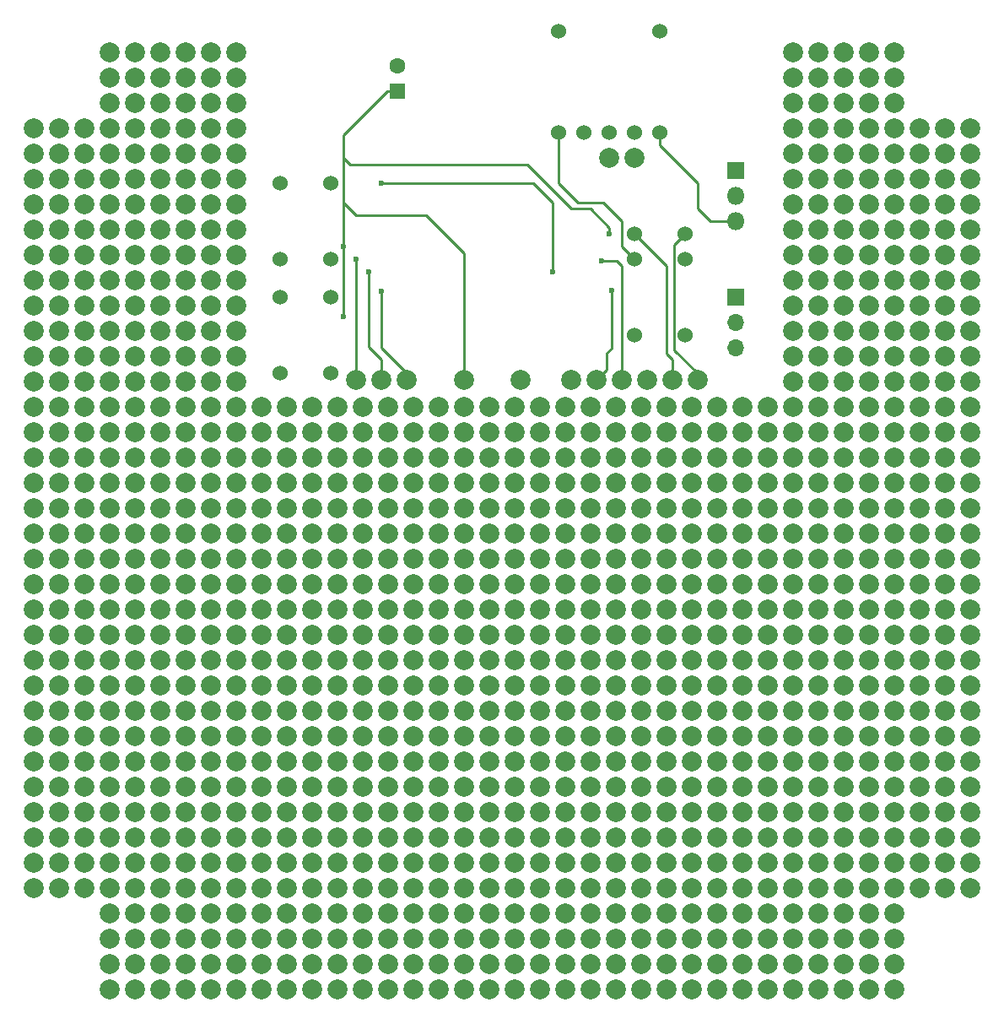
<source format=gbr>
G04 #@! TF.FileFunction,Copper,L2,Bot,Signal*
%FSLAX46Y46*%
G04 Gerber Fmt 4.6, Leading zero omitted, Abs format (unit mm)*
G04 Created by KiCad (PCBNEW 4.0.6) date 07/25/17 01:39:03*
%MOMM*%
%LPD*%
G01*
G04 APERTURE LIST*
%ADD10C,0.100000*%
%ADD11C,2.000000*%
%ADD12R,1.600000X1.600000*%
%ADD13C,1.600000*%
%ADD14R,1.700000X1.700000*%
%ADD15O,1.700000X1.700000*%
%ADD16C,1.524000*%
%ADD17R,1.800000X1.800000*%
%ADD18O,1.800000X1.800000*%
%ADD19C,0.600000*%
%ADD20C,0.250000*%
G04 APERTURE END LIST*
D10*
D11*
X72820000Y-53630000D03*
X70280000Y-56170000D03*
X72820000Y-56170000D03*
X72820000Y-58710000D03*
X70280000Y-53630000D03*
X70280000Y-58710000D03*
X67740000Y-58710000D03*
X67740000Y-53630000D03*
X65200000Y-56170000D03*
X67740000Y-56170000D03*
X65200000Y-53630000D03*
X65200000Y-58710000D03*
X60120000Y-53630000D03*
X62660000Y-56170000D03*
X60120000Y-56170000D03*
X62660000Y-53630000D03*
X62660000Y-58710000D03*
X60120000Y-58710000D03*
X72820000Y-61250000D03*
X70280000Y-61250000D03*
X67740000Y-61250000D03*
X52500000Y-61250000D03*
X57580000Y-61250000D03*
X55040000Y-61250000D03*
X60120000Y-61250000D03*
X62660000Y-61250000D03*
X65200000Y-61250000D03*
X67740000Y-63790000D03*
X70280000Y-66330000D03*
X72820000Y-66330000D03*
X67740000Y-66330000D03*
X70280000Y-63790000D03*
X72820000Y-63790000D03*
X62660000Y-66330000D03*
X65200000Y-63790000D03*
X65200000Y-66330000D03*
X62660000Y-63790000D03*
X60120000Y-63790000D03*
X60120000Y-66330000D03*
X52500000Y-66330000D03*
X55040000Y-63790000D03*
X57580000Y-63790000D03*
X55040000Y-66330000D03*
X52500000Y-63790000D03*
X57580000Y-66330000D03*
X67740000Y-71410000D03*
X65200000Y-73950000D03*
X67740000Y-73950000D03*
X67740000Y-68870000D03*
X65200000Y-71410000D03*
X62660000Y-68870000D03*
X65200000Y-68870000D03*
X62660000Y-71410000D03*
X62660000Y-73950000D03*
X57580000Y-71410000D03*
X57580000Y-68870000D03*
X60120000Y-71410000D03*
X60120000Y-68870000D03*
X60120000Y-73950000D03*
X55040000Y-68870000D03*
X55040000Y-71410000D03*
X52500000Y-68870000D03*
X52500000Y-73950000D03*
X52500000Y-71410000D03*
X70280000Y-68870000D03*
X70280000Y-73950000D03*
X72820000Y-68870000D03*
X70280000Y-71410000D03*
X72820000Y-73950000D03*
X72820000Y-71410000D03*
X55040000Y-73950000D03*
X57580000Y-73950000D03*
X67740000Y-76490000D03*
X70280000Y-79030000D03*
X72820000Y-79030000D03*
X67740000Y-79030000D03*
X70280000Y-76490000D03*
X72820000Y-76490000D03*
X62660000Y-79030000D03*
X65200000Y-76490000D03*
X65200000Y-79030000D03*
X62660000Y-76490000D03*
X60120000Y-76490000D03*
X60120000Y-79030000D03*
X52500000Y-79030000D03*
X55040000Y-76490000D03*
X57580000Y-76490000D03*
X55040000Y-79030000D03*
X52500000Y-76490000D03*
X57580000Y-79030000D03*
X67740000Y-84110000D03*
X65200000Y-86650000D03*
X67740000Y-86650000D03*
X67740000Y-81570000D03*
X65200000Y-84110000D03*
X62660000Y-81570000D03*
X65200000Y-81570000D03*
X62660000Y-84110000D03*
X62660000Y-86650000D03*
X57580000Y-84110000D03*
X57580000Y-81570000D03*
X60120000Y-84110000D03*
X60120000Y-81570000D03*
X60120000Y-86650000D03*
X55040000Y-81570000D03*
X55040000Y-84110000D03*
X52500000Y-81570000D03*
X52500000Y-86650000D03*
X52500000Y-84110000D03*
X70280000Y-81570000D03*
X70280000Y-86650000D03*
X72820000Y-81570000D03*
X70280000Y-84110000D03*
X72820000Y-86650000D03*
X72820000Y-84110000D03*
X55040000Y-86650000D03*
X57580000Y-86650000D03*
X133780000Y-53630000D03*
X133780000Y-56170000D03*
X138860000Y-53630000D03*
X136320000Y-53630000D03*
X133780000Y-58710000D03*
X138860000Y-58710000D03*
X136320000Y-58710000D03*
X136320000Y-56170000D03*
X138860000Y-56170000D03*
X131240000Y-53630000D03*
X131240000Y-56170000D03*
X128700000Y-53630000D03*
X131240000Y-58710000D03*
X128700000Y-56170000D03*
X128700000Y-58710000D03*
X143940000Y-61250000D03*
X141400000Y-61250000D03*
X146480000Y-61250000D03*
X136320000Y-61250000D03*
X138860000Y-61250000D03*
X128700000Y-61250000D03*
X133780000Y-61250000D03*
X131240000Y-61250000D03*
X133780000Y-71410000D03*
X131240000Y-71410000D03*
X128700000Y-71410000D03*
X131240000Y-68870000D03*
X128700000Y-68870000D03*
X133780000Y-68870000D03*
X143940000Y-71410000D03*
X146480000Y-71410000D03*
X141400000Y-71410000D03*
X146480000Y-68870000D03*
X141400000Y-68870000D03*
X141400000Y-63790000D03*
X143940000Y-63790000D03*
X143940000Y-68870000D03*
X141400000Y-66330000D03*
X143940000Y-66330000D03*
X128700000Y-66330000D03*
X128700000Y-63790000D03*
X131240000Y-63790000D03*
X131240000Y-66330000D03*
X133780000Y-63790000D03*
X133780000Y-66330000D03*
X138860000Y-71410000D03*
X138860000Y-66330000D03*
X136320000Y-71410000D03*
X138860000Y-68870000D03*
X136320000Y-66330000D03*
X136320000Y-68870000D03*
X138860000Y-63790000D03*
X146480000Y-63790000D03*
X136320000Y-63790000D03*
X146480000Y-66330000D03*
X136320000Y-79030000D03*
X133780000Y-79030000D03*
X133780000Y-76490000D03*
X133780000Y-73950000D03*
X136320000Y-76490000D03*
X131240000Y-73950000D03*
X128700000Y-73950000D03*
X131240000Y-76490000D03*
X146480000Y-79030000D03*
X146480000Y-73950000D03*
X146480000Y-76490000D03*
X143940000Y-76490000D03*
X141400000Y-76490000D03*
X143940000Y-79030000D03*
X141400000Y-79030000D03*
X143940000Y-73950000D03*
X141400000Y-73950000D03*
X138860000Y-73950000D03*
X136320000Y-73950000D03*
X138860000Y-76490000D03*
X138860000Y-79030000D03*
X128700000Y-76490000D03*
X128700000Y-79030000D03*
X131240000Y-79030000D03*
X131240000Y-86650000D03*
X133780000Y-86650000D03*
X128700000Y-81570000D03*
X131240000Y-84110000D03*
X133780000Y-84110000D03*
X131240000Y-81570000D03*
X133780000Y-81570000D03*
X128700000Y-84110000D03*
X128700000Y-86650000D03*
X141400000Y-81570000D03*
X146480000Y-81570000D03*
X143940000Y-81570000D03*
X146480000Y-84110000D03*
X143940000Y-84110000D03*
X143940000Y-86650000D03*
X141400000Y-86650000D03*
X141400000Y-84110000D03*
X146480000Y-86650000D03*
X136320000Y-81570000D03*
X138860000Y-86650000D03*
X136320000Y-84110000D03*
X136320000Y-86650000D03*
X138860000Y-84110000D03*
X138860000Y-81570000D03*
X136320000Y-94270000D03*
X136320000Y-96810000D03*
X146480000Y-94270000D03*
X143940000Y-89190000D03*
X146480000Y-91730000D03*
X146480000Y-89190000D03*
X143940000Y-91730000D03*
X138860000Y-89190000D03*
X136320000Y-89190000D03*
X141400000Y-91730000D03*
X141400000Y-89190000D03*
X136320000Y-91730000D03*
X138860000Y-91730000D03*
X138860000Y-96810000D03*
X143940000Y-94270000D03*
X141400000Y-96810000D03*
X141400000Y-94270000D03*
X138860000Y-94270000D03*
X146480000Y-96810000D03*
X143940000Y-96810000D03*
X133780000Y-91730000D03*
X131240000Y-89190000D03*
X131240000Y-91730000D03*
X133780000Y-89190000D03*
X121080000Y-94270000D03*
X121080000Y-96810000D03*
X123620000Y-94270000D03*
X123620000Y-96810000D03*
X126160000Y-94270000D03*
X128700000Y-96810000D03*
X126160000Y-96810000D03*
X128700000Y-94270000D03*
X121080000Y-91730000D03*
X121080000Y-89190000D03*
X128700000Y-89190000D03*
X126160000Y-91730000D03*
X128700000Y-91730000D03*
X123620000Y-91730000D03*
X123620000Y-89190000D03*
X126160000Y-89190000D03*
X133780000Y-94270000D03*
X133780000Y-96810000D03*
X131240000Y-96810000D03*
X131240000Y-94270000D03*
X88060000Y-89190000D03*
X88060000Y-91730000D03*
X85520000Y-89190000D03*
X85520000Y-91730000D03*
X67740000Y-89190000D03*
X67740000Y-91730000D03*
X70280000Y-91730000D03*
X70280000Y-89190000D03*
X82980000Y-91730000D03*
X82980000Y-89190000D03*
X77900000Y-91730000D03*
X77900000Y-94270000D03*
X80440000Y-91730000D03*
X80440000Y-89190000D03*
X77900000Y-89190000D03*
X70280000Y-94270000D03*
X72820000Y-89190000D03*
X75360000Y-91730000D03*
X75360000Y-94270000D03*
X75360000Y-89190000D03*
X72820000Y-94270000D03*
X72820000Y-91730000D03*
X75360000Y-96810000D03*
X77900000Y-96810000D03*
X65200000Y-96810000D03*
X67740000Y-96810000D03*
X72820000Y-96810000D03*
X70280000Y-96810000D03*
X67740000Y-94270000D03*
X65200000Y-89190000D03*
X65200000Y-91730000D03*
X65200000Y-94270000D03*
X57580000Y-96810000D03*
X60120000Y-94270000D03*
X57580000Y-94270000D03*
X62660000Y-89190000D03*
X60120000Y-89190000D03*
X60120000Y-91730000D03*
X62660000Y-91730000D03*
X62660000Y-94270000D03*
X62660000Y-96810000D03*
X60120000Y-96810000D03*
X52500000Y-91730000D03*
X55040000Y-94270000D03*
X52500000Y-94270000D03*
X52500000Y-89190000D03*
X55040000Y-96810000D03*
X52500000Y-96810000D03*
X57580000Y-89190000D03*
X55040000Y-89190000D03*
X57580000Y-91730000D03*
X55040000Y-91730000D03*
X80440000Y-94270000D03*
X82980000Y-94270000D03*
X82980000Y-96810000D03*
X80440000Y-96810000D03*
X85520000Y-94270000D03*
X88060000Y-94270000D03*
X88060000Y-96810000D03*
X85520000Y-96810000D03*
X90600000Y-96810000D03*
X93140000Y-94270000D03*
X93140000Y-96810000D03*
X90600000Y-94270000D03*
X90600000Y-91730000D03*
X93140000Y-91730000D03*
X93140000Y-89190000D03*
X90600000Y-89190000D03*
X95680000Y-91730000D03*
X100760000Y-89190000D03*
X100760000Y-91730000D03*
X98220000Y-91730000D03*
X95680000Y-89190000D03*
X98220000Y-89190000D03*
X103300000Y-96810000D03*
X105840000Y-96810000D03*
X105840000Y-94270000D03*
X103300000Y-94270000D03*
X103300000Y-89190000D03*
X105840000Y-89190000D03*
X103300000Y-91730000D03*
X105840000Y-91730000D03*
X95680000Y-94270000D03*
X98220000Y-96810000D03*
X95680000Y-96810000D03*
X100760000Y-94270000D03*
X100760000Y-96810000D03*
X98220000Y-94270000D03*
X118540000Y-94270000D03*
X116000000Y-96810000D03*
X116000000Y-94270000D03*
X118540000Y-96810000D03*
X118540000Y-91730000D03*
X116000000Y-89190000D03*
X116000000Y-91730000D03*
X118540000Y-89190000D03*
X113460000Y-96810000D03*
X108380000Y-94270000D03*
X110920000Y-96810000D03*
X113460000Y-94270000D03*
X110920000Y-94270000D03*
X108380000Y-96810000D03*
X108380000Y-91730000D03*
X113460000Y-91730000D03*
X113460000Y-89190000D03*
X110920000Y-89190000D03*
X110920000Y-91730000D03*
X108380000Y-89190000D03*
X60120000Y-104430000D03*
X62660000Y-104430000D03*
X60120000Y-101890000D03*
X60120000Y-99350000D03*
X62660000Y-101890000D03*
X62660000Y-99350000D03*
X52500000Y-114590000D03*
X52500000Y-117130000D03*
X55040000Y-117130000D03*
X55040000Y-114590000D03*
X60120000Y-117130000D03*
X62660000Y-114590000D03*
X62660000Y-117130000D03*
X60120000Y-114590000D03*
X55040000Y-101890000D03*
X57580000Y-101890000D03*
X52500000Y-99350000D03*
X57580000Y-99350000D03*
X52500000Y-101890000D03*
X55040000Y-99350000D03*
X57580000Y-114590000D03*
X57580000Y-117130000D03*
X55040000Y-112050000D03*
X52500000Y-112050000D03*
X55040000Y-104430000D03*
X52500000Y-104430000D03*
X57580000Y-104430000D03*
X52500000Y-106970000D03*
X52500000Y-109510000D03*
X55040000Y-106970000D03*
X55040000Y-109510000D03*
X57580000Y-109510000D03*
X57580000Y-106970000D03*
X60120000Y-106970000D03*
X62660000Y-106970000D03*
X62660000Y-112050000D03*
X62660000Y-109510000D03*
X60120000Y-109510000D03*
X57580000Y-112050000D03*
X60120000Y-112050000D03*
X77900000Y-117130000D03*
X77900000Y-114590000D03*
X70280000Y-117130000D03*
X65200000Y-117130000D03*
X67740000Y-117130000D03*
X70280000Y-109510000D03*
X65200000Y-114590000D03*
X70280000Y-114590000D03*
X67740000Y-114590000D03*
X70280000Y-112050000D03*
X67740000Y-112050000D03*
X65200000Y-109510000D03*
X67740000Y-109510000D03*
X65200000Y-112050000D03*
X75360000Y-114590000D03*
X72820000Y-117130000D03*
X75360000Y-117130000D03*
X72820000Y-114590000D03*
X77900000Y-109510000D03*
X72820000Y-109510000D03*
X75360000Y-109510000D03*
X75360000Y-112050000D03*
X77900000Y-112050000D03*
X72820000Y-112050000D03*
X85520000Y-104430000D03*
X85520000Y-106970000D03*
X88060000Y-106970000D03*
X88060000Y-104430000D03*
X88060000Y-101890000D03*
X70280000Y-101890000D03*
X67740000Y-99350000D03*
X67740000Y-101890000D03*
X72820000Y-101890000D03*
X72820000Y-99350000D03*
X70280000Y-99350000D03*
X75360000Y-99350000D03*
X77900000Y-99350000D03*
X75360000Y-101890000D03*
X77900000Y-101890000D03*
X80440000Y-99350000D03*
X70280000Y-106970000D03*
X72820000Y-104430000D03*
X72820000Y-106970000D03*
X75360000Y-106970000D03*
X75360000Y-104430000D03*
X70280000Y-104430000D03*
X67740000Y-106970000D03*
X65200000Y-101890000D03*
X65200000Y-99350000D03*
X67740000Y-104430000D03*
X65200000Y-104430000D03*
X65200000Y-106970000D03*
X77900000Y-104430000D03*
X77900000Y-106970000D03*
X82980000Y-106970000D03*
X80440000Y-101890000D03*
X80440000Y-104430000D03*
X80440000Y-106970000D03*
X82980000Y-104430000D03*
X85520000Y-99350000D03*
X88060000Y-99350000D03*
X82980000Y-99350000D03*
X85520000Y-101890000D03*
X82980000Y-101890000D03*
X116000000Y-117130000D03*
X116000000Y-114590000D03*
X118540000Y-117130000D03*
X118540000Y-114590000D03*
X113460000Y-117130000D03*
X110920000Y-114590000D03*
X113460000Y-114590000D03*
X110920000Y-117130000D03*
X110920000Y-109510000D03*
X110920000Y-112050000D03*
X113460000Y-112050000D03*
X113460000Y-109510000D03*
X116000000Y-112050000D03*
X116000000Y-109510000D03*
X118540000Y-109510000D03*
X118540000Y-112050000D03*
X123620000Y-117130000D03*
X121080000Y-114590000D03*
X121080000Y-117130000D03*
X123620000Y-114590000D03*
X136320000Y-109510000D03*
X131240000Y-109510000D03*
X133780000Y-112050000D03*
X131240000Y-112050000D03*
X133780000Y-109510000D03*
X133780000Y-114590000D03*
X136320000Y-117130000D03*
X133780000Y-117130000D03*
X136320000Y-112050000D03*
X136320000Y-114590000D03*
X123620000Y-109510000D03*
X123620000Y-112050000D03*
X121080000Y-109510000D03*
X121080000Y-112050000D03*
X126160000Y-109510000D03*
X128700000Y-112050000D03*
X128700000Y-109510000D03*
X126160000Y-112050000D03*
X126160000Y-114590000D03*
X126160000Y-117130000D03*
X131240000Y-114590000D03*
X128700000Y-114590000D03*
X131240000Y-117130000D03*
X128700000Y-117130000D03*
X108380000Y-101890000D03*
X108380000Y-99350000D03*
X110920000Y-99350000D03*
X113460000Y-99350000D03*
X110920000Y-101890000D03*
X113460000Y-101890000D03*
X116000000Y-106970000D03*
X121080000Y-104430000D03*
X116000000Y-104430000D03*
X123620000Y-104430000D03*
X123620000Y-106970000D03*
X121080000Y-106970000D03*
X118540000Y-106970000D03*
X118540000Y-104430000D03*
X126160000Y-101890000D03*
X128700000Y-106970000D03*
X128700000Y-104430000D03*
X126160000Y-104430000D03*
X128700000Y-101890000D03*
X126160000Y-99350000D03*
X128700000Y-99350000D03*
X126160000Y-106970000D03*
X116000000Y-99350000D03*
X116000000Y-101890000D03*
X121080000Y-101890000D03*
X123620000Y-101890000D03*
X123620000Y-99350000D03*
X121080000Y-99350000D03*
X118540000Y-99350000D03*
X118540000Y-101890000D03*
X108380000Y-106970000D03*
X113460000Y-106970000D03*
X110920000Y-106970000D03*
X108380000Y-104430000D03*
X110920000Y-104430000D03*
X113460000Y-104430000D03*
X146480000Y-101890000D03*
X146480000Y-106970000D03*
X146480000Y-104430000D03*
X146480000Y-99350000D03*
X143940000Y-99350000D03*
X136320000Y-99350000D03*
X136320000Y-101890000D03*
X133780000Y-99350000D03*
X131240000Y-99350000D03*
X136320000Y-106970000D03*
X133780000Y-106970000D03*
X136320000Y-104430000D03*
X133780000Y-104430000D03*
X133780000Y-101890000D03*
X131240000Y-104430000D03*
X131240000Y-101890000D03*
X131240000Y-106970000D03*
X141400000Y-101890000D03*
X138860000Y-101890000D03*
X141400000Y-99350000D03*
X138860000Y-99350000D03*
X143940000Y-104430000D03*
X143940000Y-101890000D03*
X141400000Y-104430000D03*
X138860000Y-104430000D03*
X138860000Y-109510000D03*
X138860000Y-112050000D03*
X138860000Y-106970000D03*
X141400000Y-109510000D03*
X143940000Y-106970000D03*
X141400000Y-106970000D03*
X141400000Y-112050000D03*
X105840000Y-106970000D03*
X103300000Y-106970000D03*
X100760000Y-106970000D03*
X100760000Y-104430000D03*
X100760000Y-101890000D03*
X98220000Y-99350000D03*
X98220000Y-101890000D03*
X98220000Y-104430000D03*
X100760000Y-99350000D03*
X90600000Y-99350000D03*
X95680000Y-99350000D03*
X93140000Y-101890000D03*
X90600000Y-101890000D03*
X95680000Y-101890000D03*
X93140000Y-99350000D03*
X105840000Y-101890000D03*
X105840000Y-104430000D03*
X103300000Y-99350000D03*
X105840000Y-99350000D03*
X103300000Y-101890000D03*
X103300000Y-104430000D03*
X98220000Y-106970000D03*
X90600000Y-104430000D03*
X95680000Y-106970000D03*
X93140000Y-106970000D03*
X90600000Y-106970000D03*
X95680000Y-104430000D03*
X93140000Y-104430000D03*
X146480000Y-109510000D03*
X146480000Y-114590000D03*
X143940000Y-109510000D03*
X146480000Y-112050000D03*
X143940000Y-112050000D03*
X138860000Y-114590000D03*
X141400000Y-114590000D03*
X143940000Y-114590000D03*
X138860000Y-117130000D03*
X143940000Y-117130000D03*
X141400000Y-117130000D03*
X146480000Y-117130000D03*
X100760000Y-117130000D03*
X103300000Y-117130000D03*
X100760000Y-114590000D03*
X103300000Y-114590000D03*
X105840000Y-109510000D03*
X108380000Y-112050000D03*
X105840000Y-112050000D03*
X108380000Y-109510000D03*
X108380000Y-114590000D03*
X105840000Y-117130000D03*
X105840000Y-114590000D03*
X108380000Y-117130000D03*
X100760000Y-109510000D03*
X100760000Y-112050000D03*
X103300000Y-112050000D03*
X103300000Y-109510000D03*
X95680000Y-109510000D03*
X98220000Y-112050000D03*
X95680000Y-112050000D03*
X98220000Y-109510000D03*
X93140000Y-112050000D03*
X93140000Y-109510000D03*
X90600000Y-112050000D03*
X90600000Y-109510000D03*
X82980000Y-109510000D03*
X85520000Y-109510000D03*
X80440000Y-112050000D03*
X80440000Y-109510000D03*
X82980000Y-114590000D03*
X80440000Y-114590000D03*
X82980000Y-112050000D03*
X85520000Y-114590000D03*
X88060000Y-114590000D03*
X88060000Y-109510000D03*
X88060000Y-112050000D03*
X85520000Y-112050000D03*
X85520000Y-117130000D03*
X82980000Y-117130000D03*
X80440000Y-117130000D03*
X90600000Y-117130000D03*
X88060000Y-117130000D03*
X93140000Y-117130000D03*
X93140000Y-114590000D03*
X90600000Y-114590000D03*
X95680000Y-114590000D03*
X95680000Y-117130000D03*
X98220000Y-117130000D03*
X98220000Y-114590000D03*
X55040000Y-124750000D03*
X55040000Y-127290000D03*
X57580000Y-127290000D03*
X57580000Y-124750000D03*
X60120000Y-124750000D03*
X67740000Y-127290000D03*
X62660000Y-124750000D03*
X60120000Y-127290000D03*
X62660000Y-127290000D03*
X65200000Y-127290000D03*
X65200000Y-124750000D03*
X67740000Y-124750000D03*
X52500000Y-124750000D03*
X52500000Y-119670000D03*
X52500000Y-122210000D03*
X52500000Y-127290000D03*
X60120000Y-122210000D03*
X55040000Y-122210000D03*
X57580000Y-122210000D03*
X60120000Y-119670000D03*
X55040000Y-119670000D03*
X62660000Y-119670000D03*
X62660000Y-122210000D03*
X57580000Y-119670000D03*
X65200000Y-122210000D03*
X65200000Y-119670000D03*
X70280000Y-127290000D03*
X70280000Y-124750000D03*
X67740000Y-119670000D03*
X70280000Y-119670000D03*
X67740000Y-122210000D03*
X70280000Y-122210000D03*
X146480000Y-122210000D03*
X146480000Y-124750000D03*
X146480000Y-119670000D03*
X141400000Y-122210000D03*
X138860000Y-119670000D03*
X141400000Y-119670000D03*
X138860000Y-122210000D03*
X143940000Y-119670000D03*
X143940000Y-124750000D03*
X141400000Y-124750000D03*
X143940000Y-122210000D03*
X138860000Y-124750000D03*
X146480000Y-127290000D03*
X141400000Y-127290000D03*
X143940000Y-127290000D03*
X138860000Y-127290000D03*
X72820000Y-122210000D03*
X75360000Y-119670000D03*
X77900000Y-122210000D03*
X77900000Y-119670000D03*
X72820000Y-119670000D03*
X75360000Y-122210000D03*
X72820000Y-124750000D03*
X72820000Y-127290000D03*
X77900000Y-124750000D03*
X77900000Y-127290000D03*
X75360000Y-127290000D03*
X75360000Y-124750000D03*
X116000000Y-127290000D03*
X116000000Y-119670000D03*
X116000000Y-122210000D03*
X116000000Y-124750000D03*
X105840000Y-127290000D03*
X108380000Y-127290000D03*
X113460000Y-127290000D03*
X110920000Y-127290000D03*
X108380000Y-124750000D03*
X108380000Y-122210000D03*
X108380000Y-119670000D03*
X110920000Y-119670000D03*
X113460000Y-119670000D03*
X110920000Y-124750000D03*
X110920000Y-122210000D03*
X113460000Y-122210000D03*
X113460000Y-124750000D03*
X105840000Y-122210000D03*
X105840000Y-124750000D03*
X100760000Y-124750000D03*
X103300000Y-119670000D03*
X100760000Y-119670000D03*
X105840000Y-119670000D03*
X103300000Y-122210000D03*
X100760000Y-122210000D03*
X133780000Y-127290000D03*
X136320000Y-124750000D03*
X133780000Y-124750000D03*
X136320000Y-119670000D03*
X136320000Y-122210000D03*
X136320000Y-127290000D03*
X131240000Y-124750000D03*
X121080000Y-124750000D03*
X123620000Y-124750000D03*
X123620000Y-127290000D03*
X121080000Y-127290000D03*
X118540000Y-127290000D03*
X133780000Y-119670000D03*
X133780000Y-122210000D03*
X126160000Y-122210000D03*
X128700000Y-122210000D03*
X131240000Y-119670000D03*
X126160000Y-119670000D03*
X128700000Y-119670000D03*
X131240000Y-122210000D03*
X118540000Y-124750000D03*
X121080000Y-122210000D03*
X123620000Y-122210000D03*
X123620000Y-119670000D03*
X121080000Y-119670000D03*
X118540000Y-119670000D03*
X118540000Y-122210000D03*
X126160000Y-127290000D03*
X128700000Y-127290000D03*
X131240000Y-127290000D03*
X128700000Y-124750000D03*
X126160000Y-124750000D03*
X98220000Y-119670000D03*
X98220000Y-122210000D03*
X90600000Y-119670000D03*
X93140000Y-119670000D03*
X95680000Y-119670000D03*
X93140000Y-122210000D03*
X90600000Y-122210000D03*
X95680000Y-122210000D03*
X85520000Y-124750000D03*
X85520000Y-119670000D03*
X88060000Y-119670000D03*
X88060000Y-124750000D03*
X88060000Y-122210000D03*
X85520000Y-122210000D03*
X82980000Y-124750000D03*
X82980000Y-122210000D03*
X80440000Y-122210000D03*
X80440000Y-119670000D03*
X80440000Y-124750000D03*
X82980000Y-119670000D03*
X82980000Y-127290000D03*
X85520000Y-127290000D03*
X88060000Y-127290000D03*
X80440000Y-127290000D03*
X98220000Y-124750000D03*
X100760000Y-127290000D03*
X98220000Y-127290000D03*
X103300000Y-127290000D03*
X103300000Y-124750000D03*
X90600000Y-124750000D03*
X93140000Y-124750000D03*
X93140000Y-127290000D03*
X90600000Y-127290000D03*
X95680000Y-124750000D03*
X95680000Y-127290000D03*
X133780000Y-137450000D03*
X133780000Y-129830000D03*
X136320000Y-137450000D03*
X136320000Y-129830000D03*
X136320000Y-134910000D03*
X136320000Y-132370000D03*
X133780000Y-132370000D03*
X133780000Y-134910000D03*
X143940000Y-134910000D03*
X141400000Y-134910000D03*
X138860000Y-134910000D03*
X138860000Y-129830000D03*
X138860000Y-132370000D03*
X141400000Y-132370000D03*
X143940000Y-132370000D03*
X141400000Y-129830000D03*
X143940000Y-129830000D03*
X146480000Y-134910000D03*
X146480000Y-137450000D03*
X146480000Y-132370000D03*
X146480000Y-129830000D03*
X141400000Y-137450000D03*
X138860000Y-137450000D03*
X143940000Y-137450000D03*
X105840000Y-132370000D03*
X103300000Y-129830000D03*
X108380000Y-132370000D03*
X105840000Y-129830000D03*
X103300000Y-132370000D03*
X108380000Y-129830000D03*
X98220000Y-129830000D03*
X98220000Y-134910000D03*
X100760000Y-134910000D03*
X98220000Y-132370000D03*
X100760000Y-132370000D03*
X100760000Y-129830000D03*
X100760000Y-137450000D03*
X98220000Y-137450000D03*
X103300000Y-137450000D03*
X105840000Y-134910000D03*
X103300000Y-134910000D03*
X105840000Y-137450000D03*
X108380000Y-137450000D03*
X108380000Y-134910000D03*
X82980000Y-134910000D03*
X82980000Y-137450000D03*
X85520000Y-134910000D03*
X88060000Y-134910000D03*
X88060000Y-137450000D03*
X88060000Y-132370000D03*
X85520000Y-132370000D03*
X85520000Y-137450000D03*
X88060000Y-129830000D03*
X85520000Y-129830000D03*
X82980000Y-129830000D03*
X82980000Y-132370000D03*
X90600000Y-134910000D03*
X93140000Y-137450000D03*
X90600000Y-137450000D03*
X95680000Y-134910000D03*
X93140000Y-134910000D03*
X95680000Y-137450000D03*
X90600000Y-129830000D03*
X93140000Y-129830000D03*
X95680000Y-129830000D03*
X93140000Y-132370000D03*
X90600000Y-132370000D03*
X95680000Y-132370000D03*
X131240000Y-132370000D03*
X131240000Y-134910000D03*
X131240000Y-137450000D03*
X123620000Y-134910000D03*
X121080000Y-137450000D03*
X121080000Y-134910000D03*
X123620000Y-137450000D03*
X126160000Y-137450000D03*
X126160000Y-134910000D03*
X118540000Y-137450000D03*
X118540000Y-134910000D03*
X110920000Y-134910000D03*
X113460000Y-137450000D03*
X113460000Y-134910000D03*
X116000000Y-134910000D03*
X110920000Y-137450000D03*
X116000000Y-137450000D03*
X110920000Y-132370000D03*
X116000000Y-132370000D03*
X116000000Y-129830000D03*
X110920000Y-129830000D03*
X113460000Y-132370000D03*
X113460000Y-129830000D03*
X128700000Y-137450000D03*
X131240000Y-129830000D03*
X128700000Y-132370000D03*
X128700000Y-134910000D03*
X128700000Y-129830000D03*
X123620000Y-129830000D03*
X121080000Y-132370000D03*
X126160000Y-132370000D03*
X118540000Y-129830000D03*
X118540000Y-132370000D03*
X123620000Y-132370000D03*
X126160000Y-129830000D03*
X121080000Y-129830000D03*
X52500000Y-134910000D03*
X52500000Y-137450000D03*
X55040000Y-134910000D03*
X55040000Y-137450000D03*
X57580000Y-137450000D03*
X57580000Y-134910000D03*
X60120000Y-132370000D03*
X60120000Y-134910000D03*
X62660000Y-134910000D03*
X60120000Y-137450000D03*
X62660000Y-137450000D03*
X52500000Y-132370000D03*
X52500000Y-129830000D03*
X57580000Y-129830000D03*
X55040000Y-129830000D03*
X55040000Y-132370000D03*
X57580000Y-132370000D03*
X60120000Y-129830000D03*
X62660000Y-129830000D03*
X65200000Y-137450000D03*
X65200000Y-132370000D03*
X65200000Y-134910000D03*
X62660000Y-132370000D03*
X65200000Y-129830000D03*
X67740000Y-137450000D03*
X67740000Y-134910000D03*
X70280000Y-137450000D03*
X72820000Y-134910000D03*
X72820000Y-137450000D03*
X70280000Y-134910000D03*
X75360000Y-129830000D03*
X80440000Y-132370000D03*
X77900000Y-132370000D03*
X77900000Y-129830000D03*
X80440000Y-129830000D03*
X75360000Y-132370000D03*
X67740000Y-129830000D03*
X70280000Y-129830000D03*
X72820000Y-129830000D03*
X70280000Y-132370000D03*
X67740000Y-132370000D03*
X72820000Y-132370000D03*
X80440000Y-137450000D03*
X77900000Y-137450000D03*
X75360000Y-137450000D03*
X80440000Y-134910000D03*
X75360000Y-134910000D03*
X77900000Y-134910000D03*
X138860000Y-147610000D03*
X138860000Y-145070000D03*
X138860000Y-142530000D03*
X138860000Y-139990000D03*
X136320000Y-145070000D03*
X136320000Y-147610000D03*
X136320000Y-139990000D03*
X136320000Y-142530000D03*
X123620000Y-139990000D03*
X121080000Y-139990000D03*
X121080000Y-145070000D03*
X121080000Y-142530000D03*
X131240000Y-139990000D03*
X128700000Y-142530000D03*
X126160000Y-139990000D03*
X128700000Y-139990000D03*
X126160000Y-142530000D03*
X131240000Y-145070000D03*
X131240000Y-142530000D03*
X128700000Y-147610000D03*
X126160000Y-147610000D03*
X126160000Y-145070000D03*
X131240000Y-147610000D03*
X128700000Y-145070000D03*
X133780000Y-147610000D03*
X133780000Y-145070000D03*
X133780000Y-139990000D03*
X133780000Y-142530000D03*
X121080000Y-147610000D03*
X123620000Y-147610000D03*
X123620000Y-142530000D03*
X123620000Y-145070000D03*
X105840000Y-139990000D03*
X108380000Y-139990000D03*
X108380000Y-147610000D03*
X105840000Y-147610000D03*
X105840000Y-142530000D03*
X108380000Y-145070000D03*
X105840000Y-145070000D03*
X108380000Y-142530000D03*
X110920000Y-145070000D03*
X113460000Y-145070000D03*
X116000000Y-145070000D03*
X116000000Y-147610000D03*
X113460000Y-147610000D03*
X110920000Y-147610000D03*
X118540000Y-139990000D03*
X118540000Y-147610000D03*
X118540000Y-142530000D03*
X118540000Y-145070000D03*
X110920000Y-139990000D03*
X116000000Y-142530000D03*
X116000000Y-139990000D03*
X113460000Y-139990000D03*
X113460000Y-142530000D03*
X110920000Y-142530000D03*
X90600000Y-145070000D03*
X90600000Y-147610000D03*
X90600000Y-142530000D03*
X90600000Y-139990000D03*
X98220000Y-145070000D03*
X100760000Y-145070000D03*
X103300000Y-147610000D03*
X103300000Y-145070000D03*
X100760000Y-147610000D03*
X98220000Y-147610000D03*
X93140000Y-139990000D03*
X93140000Y-145070000D03*
X95680000Y-145070000D03*
X93140000Y-147610000D03*
X95680000Y-147610000D03*
X93140000Y-142530000D03*
X95680000Y-139990000D03*
X98220000Y-139990000D03*
X98220000Y-142530000D03*
X100760000Y-139990000D03*
X103300000Y-142530000D03*
X103300000Y-139990000D03*
X95680000Y-142530000D03*
X100760000Y-142530000D03*
X88060000Y-147610000D03*
X88060000Y-145070000D03*
X88060000Y-142530000D03*
X85520000Y-142530000D03*
X85520000Y-145070000D03*
X85520000Y-147610000D03*
X88060000Y-139990000D03*
X85520000Y-139990000D03*
X82980000Y-147610000D03*
X82980000Y-145070000D03*
X82980000Y-142530000D03*
X80440000Y-142530000D03*
X80440000Y-145070000D03*
X80440000Y-147610000D03*
X82980000Y-139990000D03*
X80440000Y-139990000D03*
X77900000Y-147610000D03*
X77900000Y-145070000D03*
X77900000Y-142530000D03*
X75360000Y-142530000D03*
X75360000Y-145070000D03*
X75360000Y-147610000D03*
X77900000Y-139990000D03*
X75360000Y-139990000D03*
X72820000Y-147610000D03*
X72820000Y-145070000D03*
X72820000Y-142530000D03*
X70280000Y-142530000D03*
X70280000Y-145070000D03*
X70280000Y-147610000D03*
X72820000Y-139990000D03*
X70280000Y-139990000D03*
X67740000Y-147610000D03*
X67740000Y-145070000D03*
X67740000Y-142530000D03*
X65200000Y-142530000D03*
X65200000Y-145070000D03*
X65200000Y-147610000D03*
X67740000Y-139990000D03*
X65200000Y-139990000D03*
X62660000Y-147610000D03*
X62660000Y-145070000D03*
X62660000Y-142530000D03*
X62660000Y-139990000D03*
X60120000Y-139990000D03*
X60120000Y-142530000D03*
X60120000Y-145070000D03*
D12*
X89000000Y-57500000D03*
D13*
X89000000Y-55000000D03*
D14*
X122950000Y-78190000D03*
D15*
X122950000Y-80730000D03*
X122950000Y-83270000D03*
D16*
X105170000Y-61680000D03*
X107710000Y-61680000D03*
X110250000Y-61680000D03*
X112790000Y-61680000D03*
X105170000Y-51520000D03*
X115330000Y-61680000D03*
X115330000Y-51520000D03*
D11*
X110250000Y-64220000D03*
X112790000Y-64220000D03*
X84850000Y-86445000D03*
X87390000Y-86445000D03*
X89930000Y-86445000D03*
X111520000Y-86445000D03*
X108980000Y-86445000D03*
X106440000Y-86445000D03*
D17*
X122950000Y-65490000D03*
D18*
X122950000Y-68030000D03*
X122950000Y-70570000D03*
D16*
X117870000Y-82000000D03*
X117870000Y-74380000D03*
X117870000Y-71840000D03*
X112790000Y-71840000D03*
X112790000Y-74380000D03*
X112790000Y-82000000D03*
X82310000Y-78190000D03*
X77230000Y-78190000D03*
X82310000Y-85810000D03*
X77230000Y-85810000D03*
X82310000Y-66760000D03*
X77230000Y-66760000D03*
X82310000Y-74380000D03*
X77230000Y-74380000D03*
D11*
X116600000Y-86445000D03*
X119140000Y-86445000D03*
X114060000Y-86445000D03*
X95645000Y-86445000D03*
X101360000Y-86445000D03*
X60120000Y-147610000D03*
D19*
X110250000Y-71840000D03*
X83580000Y-73110000D03*
X83580000Y-80095000D03*
X84850000Y-74380000D03*
X86120000Y-75650000D03*
X87390000Y-77555000D03*
X109500000Y-74500000D03*
X110500000Y-77500000D03*
X87390000Y-66760000D03*
X104535000Y-75650000D03*
D20*
X107075000Y-68665000D02*
X105170000Y-66760000D01*
X111520000Y-70570000D02*
X109615000Y-68665000D01*
X109615000Y-68665000D02*
X107075000Y-68665000D01*
X111520000Y-73110000D02*
X111520000Y-70570000D01*
X112790000Y-74380000D02*
X111520000Y-73110000D01*
X105170000Y-66760000D02*
X105170000Y-61680000D01*
X120410000Y-70570000D02*
X122950000Y-70570000D01*
X119140000Y-69300000D02*
X120410000Y-70570000D01*
X119140000Y-66760000D02*
X119140000Y-69300000D01*
X115330000Y-61680000D02*
X115330000Y-62950000D01*
X115330000Y-62950000D02*
X119140000Y-66760000D01*
X83580000Y-68665000D02*
X83580000Y-64220000D01*
X83580000Y-64220000D02*
X83580000Y-61870000D01*
X101995000Y-64855000D02*
X84215000Y-64855000D01*
X84215000Y-64855000D02*
X83580000Y-64220000D01*
X106440000Y-69300000D02*
X101995000Y-64855000D01*
X108345000Y-69300000D02*
X106440000Y-69300000D01*
X110250000Y-71205000D02*
X108345000Y-69300000D01*
X110250000Y-71840000D02*
X110250000Y-71205000D01*
X83580000Y-73110000D02*
X83580000Y-68665000D01*
X91835000Y-69935000D02*
X84850000Y-69935000D01*
X84850000Y-69935000D02*
X83580000Y-68665000D01*
X95645000Y-73745000D02*
X91835000Y-69935000D01*
X95645000Y-85810000D02*
X95645000Y-73745000D01*
X83580000Y-61870000D02*
X87950000Y-57500000D01*
X87950000Y-57500000D02*
X89000000Y-57500000D01*
X83580000Y-80095000D02*
X83580000Y-73110000D01*
X84850000Y-85810000D02*
X84850000Y-74380000D01*
X86120000Y-83125787D02*
X86120000Y-75650000D01*
X87390000Y-85810000D02*
X87390000Y-84395787D01*
X87390000Y-84395787D02*
X86120000Y-83125787D01*
X87390000Y-83270000D02*
X87390000Y-77555000D01*
X88025000Y-83905000D02*
X87390000Y-83270000D01*
X89930000Y-85810000D02*
X88025000Y-83905000D01*
X111000000Y-74500000D02*
X109500000Y-74500000D01*
X111520000Y-75020000D02*
X111000000Y-74500000D01*
X111520000Y-85810000D02*
X111520000Y-75020000D01*
X110500000Y-77500000D02*
X110500000Y-83270000D01*
X108980000Y-86445000D02*
X109979999Y-85445001D01*
X109979999Y-85445001D02*
X109979999Y-83790001D01*
X109979999Y-83790001D02*
X110500000Y-83270000D01*
X102630000Y-66760000D02*
X87390000Y-66760000D01*
X104535000Y-68665000D02*
X102630000Y-66760000D01*
X104535000Y-75650000D02*
X104535000Y-68665000D01*
X116000000Y-83795787D02*
X116000000Y-75050000D01*
X116000000Y-75050000D02*
X112790000Y-71840000D01*
X116600000Y-85810000D02*
X116600000Y-84395787D01*
X116600000Y-84395787D02*
X116000000Y-83795787D01*
X119000000Y-86305000D02*
X119140000Y-86445000D01*
X117870000Y-71840000D02*
X116782999Y-72927001D01*
X116782999Y-72927001D02*
X116782999Y-83452999D01*
X116782999Y-83452999D02*
X119000000Y-85670000D01*
M02*

</source>
